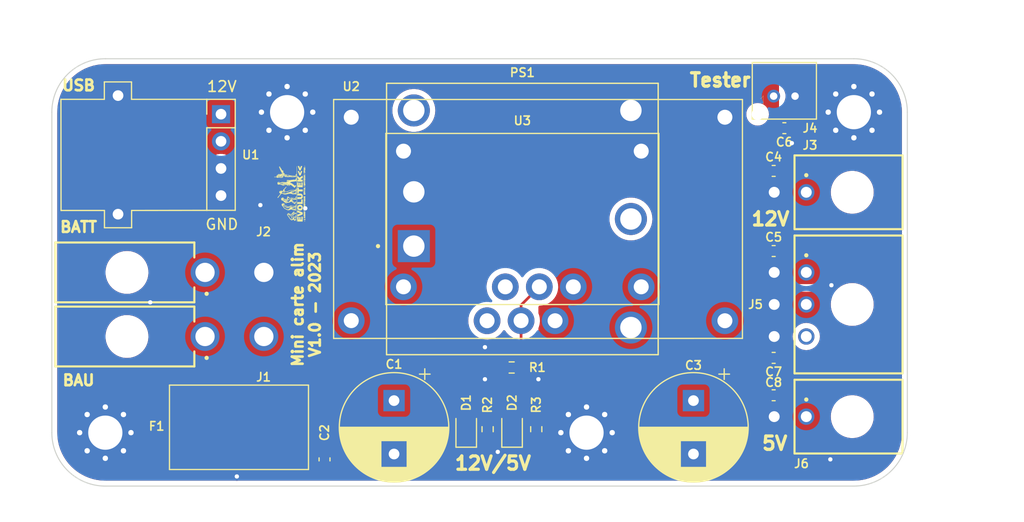
<source format=kicad_pcb>
(kicad_pcb (version 20211014) (generator pcbnew)
  (layers (0 "F.Cu" signal) (31 "B.Cu" signal) (34 "B.Paste" user) (35 "F.Paste" user) (36 "B.SilkS" user "B.Silkscreen") (37 "F.SilkS" user "F.Silkscreen") (38 "B.Mask" user) (39 "F.Mask" user) (44 "Edge.Cuts" user))
  (net 0 "")
  (net 1 "+12V")
  (net 2 "GND")
  (net 3 "+5V")
  (net 4 "Net-(D1-Pad1)")
  (net 5 "Net-(D2-Pad1)")
  (net 6 "Net-(F1-Pad1)")
  (net 7 "Net-(J1-Pad1)")
  (net 9 "Net-(R1-Pad1)")
  (footprint "ComponentsEvo:Usb-c_Pdc004_Pd" (layer "F.Cu") (at 29 29 90)
    (fp_text reference "U1" (at 0 9.6 unlocked) (layer "F.SilkS") (effects (font (size 0.8 0.8))))
    (fp_text value "Usb-c_Pdc004_Pd")
    (fp_text user "GND" (at -6.5 6.9 unlocked) (layer "F.SilkS"))
    (fp_text user "12V" (at 6.4 6.9 unlocked) (layer "F.SilkS"))
    (pad "1" thru_hole oval (at 1.27 6.82) (size 1.7 1.7) (drill 1) (layers *.Cu *.Mask) (net 7 "Net-(J1-Pad1)"))
    (pad "1" thru_hole rect (at 3.81 6.82) (size 1.7 1.7) (drill 1) (layers *.Cu *.Mask) (net 7 "Net-(J1-Pad1)"))
    (pad "2" thru_hole oval (at -1.27 6.82) (size 1.7 1.7) (drill 1) (layers *.Cu *.Mask) (net 2 "GND"))
    (pad "2" thru_hole rect (at -5.55 -2.81 90) (size 1.7 1.7) (drill 1) (layers *.Cu *.Mask) (net 2 "GND"))
    (pad "2" thru_hole oval (at -3.81 6.82) (size 1.7 1.7) (drill 1) (layers *.Cu *.Mask) (net 2 "GND"))
    (pad "2" thru_hole rect (at 5.55 -2.81 90) (size 1.7 1.7) (drill 1) (layers *.Cu *.Mask) (net 2 "GND"))
  )
  (footprint "ConnectorsEvo:66200621022" (layer "F.Cu") (at 94.5 43 90)
    (fp_text reference "J5" (at 0 -8.7 180) (layer "F.SilkS") (effects (font (size 0.8 0.8))))
    (fp_text value "OUT")
    (pad "" np_thru_hole circle locked (at 0 0.35 90) (size 3 3) (drill 3) (layers *.Cu *.Mask))
    (pad "1" thru_hole circle locked (at 3 -3.95 90) (size 1.53 1.53) (drill 1.02) (layers *.Cu *.Mask) (net 1 "+12V"))
    (pad "2" thru_hole circle locked (at 0 -3.95 90) (size 1.53 1.53) (drill 1.02) (layers *.Cu *.Mask) (net 3 "+5V"))
    (pad "3" thru_hole circle locked (at -3 -3.95 90) (size 1.53 1.53) (drill 1.02) (layers *.Cu *.Mask))
    (pad "4" thru_hole circle locked (at 3 -6.95 90) (size 1.53 1.53) (drill 1.02) (layers *.Cu *.Mask) (net 2 "GND"))
    (pad "5" thru_hole circle locked (at 0 -6.95 90) (size 1.53 1.53) (drill 1.02) (layers *.Cu *.Mask) (net 2 "GND"))
    (pad "6" thru_hole circle locked (at -3 -6.95 90) (size 1.53 1.53) (drill 1.02) (layers *.Cu *.Mask) (net 2 "GND"))
  )
  (footprint "Capacitor_THT:CP_Radial_D10.0mm_P5.00mm" (layer "F.Cu") (at 52 52 -90)
    (fp_text reference "C1" (at -3.4 0 180) (layer "F.SilkS") (effects (font (size 0.8 0.8))))
    (fp_text value "470uF")
    (pad "1" thru_hole rect (at 0 0 270) (size 2 2) (drill 1) (layers *.Cu *.Mask) (net 1 "+12V"))
    (pad "2" thru_hole circle (at 5 0 270) (size 2 2) (drill 1) (layers *.Cu *.Mask) (net 2 "GND"))
  )
  (footprint "ConnectorsEvo:649002227222" (layer "F.Cu") (at 26.825 46 -90)
    (fp_text reference "J2" (at -9.8 -12.975 180) (layer "F.SilkS") (effects (font (size 0.8 0.8))))
    (fp_text value "BAU")
    (pad "" np_thru_hole circle locked (at 0 -0.2 270) (size 3 3) (drill 3) (layers *.Cu *.Mask))
    (pad "1" thru_hole circle locked (at 0 -7.5 270) (size 2.7 2.7) (drill 1.8) (layers *.Cu *.Mask) (net 6 "Net-(F1-Pad1)"))
    (pad "2" thru_hole circle locked (at 0 -13 270) (size 2.7 2.7) (drill 1.8) (layers *.Cu *.Mask) (net 7 "Net-(J1-Pad1)"))
  )
  (footprint "ConnectorsEvo:66200221022" (layer "F.Cu") (at 94.5 53.5 90)
    (fp_text reference "J6" (at -4.4 -4.4 180) (layer "F.SilkS") (effects (font (size 0.8 0.8))))
    (fp_text value "5V")
    (pad "" np_thru_hole circle locked (at 0 0.35 90) (size 3 3) (drill 3) (layers *.Cu *.Mask))
    (pad "1" thru_hole circle locked (at 0 -3.95 90) (size 1.53 1.53) (drill 1.02) (layers *.Cu *.Mask) (net 3 "+5V"))
    (pad "2" thru_hole circle locked (at 0 -6.95 90) (size 1.53 1.53) (drill 1.02) (layers *.Cu *.Mask) (net 2 "GND"))
  )
  (footprint "LED_SMD:LED_0805_2012Metric" (layer "F.Cu") (at 58.75 54.675 90)
    (fp_text reference "D1" (at 2.475 0 90) (layer "F.SilkS") (effects (font (size 0.8 0.8))))
    (fp_text value "RED")
    (pad "1" smd roundrect (at -0.9375 0 90) (size 0.975 1.4) (layers "F.Cu" "F.Paste" "F.Mask") (net 4 "Net-(D1-Pad1)"))
    (pad "2" smd roundrect (at 0.9375 0 90) (size 0.975 1.4) (layers "F.Cu" "F.Paste" "F.Mask") (net 1 "+12V"))
  )
  (footprint "Capacitor_SMD:C_0603_1608Metric" (layer "F.Cu") (at 87.5 51.5 180)
    (fp_text reference "C8" (at 0 1.2) (layer "F.SilkS") (effects (font (size 0.8 0.8))))
    (fp_text value "4.7uF")
    (pad "1" smd roundrect (at -0.775 0 180) (size 0.9 0.95) (layers "F.Cu" "F.Paste" "F.Mask") (net 3 "+5V"))
    (pad "2" smd roundrect (at 0.775 0 180) (size 0.9 0.95) (layers "F.Cu" "F.Paste" "F.Mask") (net 2 "GND"))
  )
  (footprint "Capacitor_SMD:C_0603_1608Metric" (layer "F.Cu") (at 87.5 38 180)
    (fp_text reference "C5" (at 0 1.3) (layer "F.SilkS") (effects (font (size 0.8 0.8))))
    (fp_text value "4.7uF")
    (pad "1" smd roundrect (at -0.775 0 180) (size 0.9 0.95) (layers "F.Cu" "F.Paste" "F.Mask") (net 1 "+12V"))
    (pad "2" smd roundrect (at 0.775 0 180) (size 0.9 0.95) (layers "F.Cu" "F.Paste" "F.Mask") (net 2 "GND"))
  )
  (footprint "Capacitor_SMD:C_0603_1608Metric" (layer "F.Cu") (at 87.5 48 180)
    (fp_text reference "C7" (at 0 -1.3) (layer "F.SilkS") (effects (font (size 0.8 0.8))))
    (fp_text value "4.7uF")
    (pad "1" smd roundrect (at -0.775 0 180) (size 0.9 0.95) (layers "F.Cu" "F.Paste" "F.Mask") (net 3 "+5V"))
    (pad "2" smd roundrect (at 0.775 0 180) (size 0.9 0.95) (layers "F.Cu" "F.Paste" "F.Mask") (net 2 "GND"))
  )
  (footprint "ConnectorsEvo:649002227222" (layer "F.Cu") (at 26.825 40 -90)
    (fp_text reference "J1" (at 9.8 -12.975 180) (layer "F.SilkS") (effects (font (size 0.8 0.8))))
    (fp_text value "BATT")
    (pad "" np_thru_hole circle locked (at 0 -0.2 270) (size 3 3) (drill 3) (layers *.Cu *.Mask))
    (pad "1" thru_hole circle locked (at 0 -7.5 270) (size 2.7 2.7) (drill 1.8) (layers *.Cu *.Mask) (net 7 "Net-(J1-Pad1)"))
    (pad "2" thru_hole circle locked (at 0 -13 270) (size 2.7 2.7) (drill 1.8) (layers *.Cu *.Mask) (net 2 "GND"))
  )
  (footprint "MountingHole:MountingHole_3.2mm_M3_Pad_Via" (layer "F.Cu") (at 70 55)
    (fp_text reference "H3" hide)
    (fp_text value "M3")
    (pad "1" thru_hole circle (at 1.697056 1.697056) (size 0.8 0.8) (drill 0.5) (layers *.Cu *.Mask) (net 2 "GND"))
    (pad "1" thru_hole circle (at -1.697056 1.697056) (size 0.8 0.8) (drill 0.5) (layers *.Cu *.Mask) (net 2 "GND"))
    (pad "1" thru_hole circle (at -2.4 0) (size 0.8 0.8) (drill 0.5) (layers *.Cu *.Mask) (net 2 "GND"))
    (pad "1" thru_hole circle (at 0 -2.4) (size 0.8 0.8) (drill 0.5) (layers *.Cu *.Mask) (net 2 "GND"))
    (pad "1" thru_hole circle (at -1.697056 -1.697056) (size 0.8 0.8) (drill 0.5) (layers *.Cu *.Mask) (net 2 "GND"))
    (pad "1" thru_hole circle (at 0 0) (size 6.4 6.4) (drill 3.2) (layers *.Cu *.Mask) (net 2 "GND"))
    (pad "1" thru_hole circle (at 2.4 0) (size 0.8 0.8) (drill 0.5) (layers *.Cu *.Mask) (net 2 "GND"))
    (pad "1" thru_hole circle (at 0 2.4) (size 0.8 0.8) (drill 0.5) (layers *.Cu *.Mask) (net 2 "GND"))
    (pad "1" thru_hole circle (at 1.697056 -1.697056) (size 0.8 0.8) (drill 0.5) (layers *.Cu *.Mask) (net 2 "GND"))
  )
  (footprint "Resistor_SMD:R_0603_1608Metric" (layer "F.Cu") (at 63 48.9 180)
    (fp_text reference "R1" (at -2.4 0) (layer "F.SilkS") (effects (font (size 0.8 0.8))))
    (fp_text value "21K")
    (pad "1" smd roundrect (at -0.825 0 180) (size 0.8 0.95) (layers "F.Cu" "F.Paste" "F.Mask") (net 9 "Net-(R1-Pad1)"))
    (pad "2" smd roundrect (at 0.825 0 180) (size 0.8 0.95) (layers "F.Cu" "F.Paste" "F.Mask") (net 2 "GND"))
  )
  (footprint "Capacitor_SMD:C_0603_1608Metric" (layer "F.Cu") (at 87.5 30.5 180)
    (fp_text reference "C4" (at 0 1.3) (layer "F.SilkS") (effects (font (size 0.8 0.8))))
    (fp_text value "4.7uF")
    (pad "1" smd roundrect (at -0.775 0 180) (size 0.9 0.95) (layers "F.Cu" "F.Paste" "F.Mask") (net 1 "+12V"))
    (pad "2" smd roundrect (at 0.775 0 180) (size 0.9 0.95) (layers "F.Cu" "F.Paste" "F.Mask") (net 2 "GND"))
  )
  (footprint "MountingHole:MountingHole_3.2mm_M3_Pad_Via" (layer "F.Cu") (at 95 25)
    (fp_text reference "H4" hide)
    (fp_text value "M3")
    (pad "1" thru_hole circle (at 0 2.4) (size 0.8 0.8) (drill 0.5) (layers *.Cu *.Mask) (net 2 "GND"))
    (pad "1" thru_hole circle (at 0 -2.4) (size 0.8 0.8) (drill 0.5) (layers *.Cu *.Mask) (net 2 "GND"))
    (pad "1" thru_hole circle (at 2.4 0) (size 0.8 0.8) (drill 0.5) (layers *.Cu *.Mask) (net 2 "GND"))
    (pad "1" thru_hole circle (at 1.697056 1.697056) (size 0.8 0.8) (drill 0.5) (layers *.Cu *.Mask) (net 2 "GND"))
    (pad "1" thru_hole circle (at -1.697056 1.697056) (size 0.8 0.8) (drill 0.5) (layers *.Cu *.Mask) (net 2 "GND"))
    (pad "1" thru_hole circle (at -1.697056 -1.697056) (size 0.8 0.8) (drill 0.5) (layers *.Cu *.Mask) (net 2 "GND"))
    (pad "1" thru_hole circle (at -2.4 0) (size 0.8 0.8) (drill 0.5) (layers *.Cu *.Mask) (net 2 "GND"))
    (pad "1" thru_hole circle (at 1.697056 -1.697056) (size 0.8 0.8) (drill 0.5) (layers *.Cu *.Mask) (net 2 "GND"))
    (pad "1" thru_hole circle (at 0 0) (size 6.4 6.4) (drill 3.2) (layers *.Cu *.Mask) (net 2 "GND"))
  )
  (footprint "ConnectorsEvo:66200221022" (layer "F.Cu") (at 94.5 32.5 90)
    (fp_text reference "J3" (at 4.4 -3.6 180) (layer "F.SilkS") (effects (font (size 0.8 0.8))))
    (fp_text value "12V")
    (pad "" np_thru_hole circle locked (at 0 0.35 90) (size 3 3) (drill 3) (layers *.Cu *.Mask))
    (pad "1" thru_hole circle locked (at 0 -3.95 90) (size 1.53 1.53) (drill 1.02) (layers *.Cu *.Mask) (net 1 "+12V"))
    (pad "2" thru_hole circle locked (at 0 -6.95 90) (size 1.53 1.53) (drill 1.02) (layers *.Cu *.Mask) (net 2 "GND"))
  )
  (footprint "ComponentsEvo:0031.7701.11" (layer "F.Cu") (at 37.5 54.5)
    (fp_text reference "F1" (at -7.7 -0.1) (layer "F.SilkS") (effects (font (size 0.8 0.8))))
    (fp_text value "Fuse")
    (pad "1" smd rect locked (at -4 0) (size 5 6) (layers "F.Cu" "F.Paste" "F.Mask") (net 6 "Net-(F1-Pad1)"))
    (pad "2" smd rect locked (at 4 0) (size 5 6) (layers "F.Cu" "F.Paste" "F.Mask") (net 1 "+12V"))
  )
  (footprint "Capacitor_SMD:C_0603_1608Metric" (layer "F.Cu") (at 88.5 26.5)
    (fp_text reference "C6" (at 0 1.3) (layer "F.SilkS") (effects (font (size 0.8 0.8))))
    (fp_text value "4.7uF")
    (pad "1" smd roundrect (at -0.775 0) (size 0.9 0.95) (layers "F.Cu" "F.Paste" "F.Mask") (net 1 "+12V"))
    (pad "2" smd roundrect (at 0.775 0) (size 0.9 0.95) (layers "F.Cu" "F.Paste" "F.Mask") (net 2 "GND"))
  )
  (footprint "ConnectorsEvo:B02B-PASK" (layer "F.Cu") (at 88.5 23.5 180)
    (fp_text reference "J4" (at -2.4 -3) (layer "F.SilkS") (effects (font (size 0.8 0.8))))
    (fp_text value "Tester")
    (fp_text user "1" (at 1.968 -0.5) (layer "F.SilkS") (effects (font (thickness 0.015))))
    (pad "" np_thru_hole circle locked (at 2.5 -1.7 180) (size 1.1 1.1) (drill 1.1) (layers *.Cu *.Mask))
    (pad "1" thru_hole circle locked (at 1 0 180) (size 1.208 1.208) (drill 0.7) (layers *.Cu *.Mask "B.Adhes") (net 1 "+12V"))
    (pad "2" thru_hole circle locked (at -1 0 180) (size 1.208 1.208) (drill 0.7) (layers *.Cu *.Mask) (net 2 "GND"))
  )
  (footprint "ComponentsEvo:logo-evo-micro" (layer "F.Cu") (at 42.2 32.6 90)
    (fp_text reference "G***" hide)
    (fp_text value "LOGO" hide)
  )
  (footprint "LED_SMD:LED_0805_2012Metric" (layer "F.Cu") (at 63.0375 54.675 90)
    (fp_text reference "D2" (at 2.475 0 90) (layer "F.SilkS") (effects (font (size 0.8 0.8))))
    (fp_text value "RED")
    (pad "1" smd roundrect (at -0.9375 0 90) (size 0.975 1.4) (layers "F.Cu" "F.Paste" "F.Mask") (net 5 "Net-(D2-Pad1)"))
    (pad "2" smd roundrect (at 0.9375 0 90) (size 0.975 1.4) (layers "F.Cu" "F.Paste" "F.Mask") (net 3 "+5V"))
  )
  (footprint "MountingHole:MountingHole_3.2mm_M3_Pad_Via" (layer "F.Cu") (at 25 55)
    (fp_text reference "H2" hide)
    (fp_text value "M3")
    (pad "1" thru_hole circle (at 1.697056 1.697056) (size 0.8 0.8) (drill 0.5) (layers *.Cu *.Mask) (net 2 "GND"))
    (pad "1" thru_hole circle (at 1.697056 -1.697056) (size 0.8 0.8) (drill 0.5) (layers *.Cu *.Mask) (net 2 "GND"))
    (pad "1" thru_hole circle (at -1.697056 -1.697056) (size 0.8 0.8) (drill 0.5) (layers *.Cu *.Mask) (net 2 "GND"))
    (pad "1" thru_hole circle (at 0 0) (size 6.4 6.4) (drill 3.2) (layers *.Cu *.Mask) (net 2 "GND"))
    (pad "1" thru_hole circle (at -1.697056 1.697056) (size 0.8 0.8) (drill 0.5) (layers *.Cu *.Mask) (net 2 "GND"))
    (pad "1" thru_hole circle (at -2.4 0) (size 0.8 0.8) (drill 0.5) (layers *.Cu *.Mask) (net 2 "GND"))
    (pad "1" thru_hole circle (at 0 -2.4) (size 0.8 0.8) (drill 0.5) (layers *.Cu *.Mask) (net 2 "GND"))
    (pad "1" thru_hole circle (at 2.4 0) (size 0.8 0.8) (drill 0.5) (layers *.Cu *.Mask) (net 2 "GND"))
    (pad "1" thru_hole circle (at 0 2.4) (size 0.8 0.8) (drill 0.5) (layers *.Cu *.Mask) (net 2 "GND"))
  )
  (footprint "MountingHole:MountingHole_3.2mm_M3_Pad_Via" (layer "F.Cu") (at 42 25)
    (fp_text reference "H1" hide)
    (fp_text value "M3")
    (pad "1" thru_hole circle (at -1.697056 1.697056) (size 0.8 0.8) (drill 0.5) (layers *.Cu *.Mask) (net 2 "GND"))
    (pad "1" thru_hole circle (at -1.697056 -1.697056) (size 0.8 0.8) (drill 0.5) (layers *.Cu *.Mask) (net 2 "GND"))
    (pad "1" thru_hole circle (at 0 2.4) (size 0.8 0.8) (drill 0.5) (layers *.Cu *.Mask) (net 2 "GND"))
    (pad "1" thru_hole circle (at 0 0) (size 6.4 6.4) (drill 3.2) (layers *.Cu *.Mask) (net 2 "GND"))
    (pad "1" thru_hole circle (at 1.697056 1.697056) (size 0.8 0.8) (drill 0.5) (layers *.Cu *.Mask) (net 2 "GND"))
    (pad "1" thru_hole circle (at 2.4 0) (size 0.8 0.8) (drill 0.5) (layers *.Cu *.Mask) (net 2 "GND"))
    (pad "1" thru_hole circle (at 0 -2.4) (size 0.8 0.8) (drill 0.5) (layers *.Cu *.Mask) (net 2 "GND"))
    (pad "1" thru_hole circle (at 1.697056 -1.697056) (size 0.8 0.8) (drill 0.5) (layers *.Cu *.Mask) (net 2 "GND"))
    (pad "1" thru_hole circle (at -2.4 0) (size 0.8 0.8) (drill 0.5) (layers *.Cu *.Mask) (net 2 "GND"))
  )
  (footprint "Module:Texas_EUK_R-PDSS-T7_THT" (layer "F.Cu") (at 48 25.475)
    (fp_text reference "U2" (at 0 -2.875) (layer "F.SilkS") (effects (font (size 0.8 0.8))))
    (fp_text value "PTN78020W_EUK-7")
    (pad "1" thru_hole roundrect (at 0 0) (size 2.5 2.5) (drill 1.4) (layers *.Cu *.Mask) (net 2 "GND"))
    (pad "2" thru_hole circle (at 0 19.04) (size 2.5 2.5) (drill 1.4) (layers *.Cu *.Mask) (net 1 "+12V"))
    (pad "3" thru_hole circle (at 12.7 19.05) (size 2.5 2.5) (drill 1.4) (layers *.Cu *.Mask))
    (pad "4" thru_hole circle (at 15.88 19.04) (size 2.5 2.5) (drill 1.4) (layers *.Cu *.Mask) (net 9 "Net-(R1-Pad1)"))
    (pad "5" thru_hole circle (at 19.06 19.05) (size 2.5 2.5) (drill 1.4) (layers *.Cu *.Mask) (net 3 "+5V"))
    (pad "6" thru_hole circle (at 34.94 19.05) (size 2.5 2.5) (drill 1.4) (layers *.Cu *.Mask) (net 3 "+5V"))
    (pad "7" thru_hole circle (at 34.94 0) (size 2.5 2.5) (drill 1.4) (layers *.Cu *.Mask) (net 2 "GND"))
  )
  (footprint "Capacitor_THT:CP_Radial_D10.0mm_P5.00mm" (layer "F.Cu") (at 80 52 -90)
    (fp_text reference "C3" (at -3.3 0 180) (layer "F.SilkS") (effects (font (size 0.8 0.8))))
    (fp_text value "470uF")
    (pad "1" thru_hole rect (at 0 0 270) (size 2 2) (drill 1) (layers *.Cu *.Mask) (net 3 "+5V"))
    (pad "2" thru_hole circle (at 5 0 270) (size 2 2) (drill 1) (layers *.Cu *.Mask) (net 2 "GND"))
  )
  (footprint "Module:Texas_EUW_R-PDSS-T7_THT" (layer "F.Cu") (at 52.885 28.65)
    (fp_text reference "U3" (at 11.115 -2.85) (layer "F.SilkS") (effects (font (size 0.8 0.8))))
    (fp_text value "PTN78060W_EUW-7")
    (pad "1" thru_hole roundrect (at 0 0) (size 2.5 2.5) (drill 1.4) (layers *.Cu *.Mask) (net 2 "GND"))
    (pad "2" thru_hole circle (at 0 12.7) (size 2.5 2.5) (drill 1.4) (layers *.Cu *.Mask) (net 1 "+12V"))
    (pad "3" thru_hole circle (at 9.52 12.7) (size 2.5 2.5) (drill 1.4) (layers *.Cu *.Mask))
    (pad "4" thru_hole circle (at 12.7 12.7) (size 2.5 2.5) (drill 1.4) (layers *.Cu *.Mask) (net 9 "Net-(R1-Pad1)"))
    (pad "5" thru_hole circle (at 15.88 12.7) (size 2.5 2.5) (drill 1.4) (layers *.Cu *.Mask) (net 3 "+5V"))
    (pad "6" thru_hole circle (at 22.23 12.7) (size 2.5 2.5) (drill 1.4) (layers *.Cu *.Mask) (net 3 "+5V"))
    (pad "7" thru_hole circle (at 22.23 0) (size 2.5 2.5) (drill 1.4) (layers *.Cu *.Mask) (net 2 "GND"))
  )
  (footprint "Resistor_SMD:R_0603_1608Metric" (layer "F.Cu") (at 65.3 54.675 90)
    (fp_text reference "R3" (at 2.275 0 90) (layer "F.SilkS") (effects (font (size 0.8 0.8))))
    (fp_text value "1K")
    (pad "1" smd roundrect (at -0.825 0 90) (size 0.8 0.95) (layers "F.Cu" "F.Paste" "F.Mask") (net 5 "Net-(D2-Pad1)"))
    (pad "2" smd roundrect (at 0.825 0 90) (size 0.8 0.95) (layers "F.Cu" "F.Paste" "F.Mask") (net 2 "GND"))
  )
  (footprint "Resistor_SMD:R_0603_1608Metric" (layer "F.Cu") (at 60.75 54.675 90)
    (fp_text reference "R2" (at 2.275 -0.0125 90) (layer "F.SilkS") (effects (font (size 0.8 0.8))))
    (fp_text value "1K")
    (pad "1" smd roundrect (at -0.825 0 90) (size 0.8 0.95) (layers "F.Cu" "F.Paste" "F.Mask") (net 4 "Net-(D1-Pad1)"))
    (pad "2" smd roundrect (at 0.825 0 90) (size 0.8 0.95) (layers "F.Cu" "F.Paste" "F.Mask") (net 2 "GND"))
  )
  (footprint "ComponentsEvo:TRACO_CONV_THL" (layer "F.Cu") (at 64 35 -90)
    (fp_text reference "PS1" (at -13.7 0) (layer "F.SilkS") (effects (font (size 0.8 0.8))))
    (fp_text value "THL_20-2411WI")
    (pad "1" thru_hole rect locked (at 2.54 10.15 270) (size 3 3) (drill 2) (layers *.Cu *.Mask) (net 1 "+12V"))
    (pad "2" thru_hole circle locked (at -2.54 10.15 270) (size 3 3) (drill 2) (layers *.Cu *.Mask) (net 2 "GND"))
    (pad "3" thru_hole circle locked (at 10.16 -10.15 270) (size 3 3) (drill 2) (layers *.Cu *.Mask) (net 3 "+5V"))
    (pad "4" thru_hole circle locked (at 0 -10.15 270) (size 3 3) (drill 2) (layers *.Cu *.Mask))
    (pad "5" thru_hole circle locked (at -10.16 -10.15 270) (size 3 3) (drill 2) (layers *.Cu *.Mask) (net 2 "GND"))
    (pad "6" thru_hole circle locked (at -10.16 10.15 270) (size 3 3) (drill 2) (layers *.Cu *.Mask))
  )
  (footprint "Capacitor_SMD:C_0603_1608Metric" (layer "F.Cu") (at 45.5 57.5 -90)
    (fp_text reference "C2" (at -2.5 0 90) (layer "F.SilkS") (effects (font (size 0.8 0.8))))
    (fp_text value "2.2uF")
    (pad "1" smd roundrect (at -0.775 0 270) (size 0.9 0.95) (layers "F.Cu" "F.Paste" "F.Mask") (net 1 "+12V"))
    (pad "2" smd roundrect (at 0.775 0 270) (size 0.9 0.95) (layers "F.Cu" "F.Paste" "F.Mask") (net 2 "GND"))
  )
  (gr_arc (start 20 25) (mid 21.464466 21.464466) (end 25 20) (layer "Edge.Cuts") (width 0.1))
  (gr_arc (start 25 60) (mid 21.464466 58.535534) (end 20 55) (layer "Edge.Cuts") (width 0.1))
  (gr_line (start 100 25) (end 100 55) (layer "Edge.Cuts") (width 0.1))
  (gr_line (start 20 55) (end 20 25) (layer "Edge.Cuts") (width 0.1))
  (gr_arc (start 95 20) (mid 98.535534 21.464466) (end 100 25) (layer "Edge.Cuts") (width 0.1))
  (gr_line (start 25 20) (end 95 20) (layer "Edge.Cuts") (width 0.1))
  (gr_line (start 25 60) (end 95 60) (layer "Edge.Cuts") (width 0.1))
  (gr_arc (start 100 55) (mid 98.535534 58.535534) (end 95 60) (layer "Edge.Cuts") (width 0.1))
  (gr_text "BATT" (at 22.5 35.75) (layer "F.SilkS") (effects (font (size 1 1) (thickness 0.25))))
  (gr_text "Mini carte alim\nV1.0 - 2023" (at 43.8 43 90) (layer "F.SilkS") (effects (font (size 1 1) (thickness 0.25))))
  (gr_text "12V" (at 87.2 35) (layer "F.SilkS") (effects (font (size 1.25 1.25) (thickness 0.3))))
  (gr_text "USB" (at 22.5 22.5) (layer "F.SilkS") (effects (font (size 1 1) (thickness 0.25))))
  (gr_text "Tester" (at 82.5 22) (layer "F.SilkS") (effects (font (size 1.25 1.25) (thickness 0.3125))))
  (gr_text "12V/5V" (at 61.25 57.8625) (layer "F.SilkS") (effects (font (size 1.25 1.25) (thickness 0.3))))
  (gr_text "BAU" (at 22.5 50.1) (layer "F.SilkS") (effects (font (size 1 1) (thickness 0.25))))
  (gr_text "5V" (at 87.6 56) (layer "F.SilkS") (effects (font (size 1.25 1.25) (thickness 0.3))))
  (segment (start 58.75 52.75) (end 57.896969 51.896969) (width 0.25) (layer "F.Cu") (net 1))
  (segment (start 57.896969 51.896969) (end 52 51.896969) (width 0.25) (layer "F.Cu") (net 1))
  (segment (start 58.75 53.7375) (end 58.75 52.75) (width 0.25) (layer "F.Cu") (net 1))
  (segment (start 86.725 46.825) (end 87.55 46) (width 0.5) (layer "F.Cu") (net 2))
  (segment (start 89.5 23.5) (end 89.5 26.275) (width 0.5) (layer "F.Cu") (net 2))
  (segment (start 86.725 48) (end 86.725 46.825) (width 0.5) (layer "F.Cu") (net 2))
  (segment (start 86.725 39.175) (end 87.55 40) (width 0.5) (layer "F.Cu") (net 2))
  (segment (start 60.5 50) (end 61.8 51.3) (width 0.25) (layer "F.Cu") (net 2))
  (segment (start 86.725 30.5) (end 86.725 31.675) (width 0.5) (layer "F.Cu") (net 2))
  (segment (start 61.8 56.7) (end 61.7 56.8) (width 0.25) (layer "F.Cu") (net 2))
  (segment (start 86.725 52.675) (end 87.55 53.5) (width 0.5) (layer "F.Cu") (net 2))
  (segment (start 86.725 38) (end 86.725 39.175) (width 0.5) (layer "F.Cu") (net 2))
  (segment (start 89.5 26.275) (end 89.275 26.5) (width 0.5) (layer "F.Cu") (net 2))
  (segment (start 86.725 51.5) (end 86.725 52.675) (width 0.5) (layer "F.Cu") (net 2))
  (segment (start 86.725 31.675) (end 87.55 32.5) (width 0.5) (layer "F.Cu") (net 2))
  (segment (start 61.8 51.3) (end 61.8 56.7) (width 0.25) (layer "F.Cu") (net 2))
  (via (at 29.2 42.8) (size 0.8) (drill 0.4) (layers "F.Cu" "B.Cu") (net 2))
  (via (at 39.5 33.7) (size 0.8) (drill 0.4) (layers "F.Cu" "B.Cu") (net 2))
  (via (at 92.8 57.5) (size 0.8) (drill 0.4) (layers "F.Cu" "B.Cu") (net 2))
  (via (at 37.3 59.1) (size 0.8) (drill 0.4) (layers "F.Cu" "B.Cu") (net 2))
  (via (at 60.5 50) (size 0.8) (drill 0.4) (layers "F.Cu" "B.Cu") (net 2))
  (via (at 61.7 56.8) (size 0.8) (drill 0.4) (layers "F.Cu" "B.Cu") (net 2))
  (via (at 60.5 47) (size 0.8) (drill 0.4) (layers "F.Cu" "B.Cu") (net 2))
  (via (at 89.2 27.9) (size 0.8) (drill 0.4) (layers "F.Cu" "B.Cu") (net 2))
  (via (at 92.9 41.2) (size 0.8) (drill 0.4) (layers "F.Cu" "B.Cu") (net 2))
  (via (at 43.7 34) (size 0.8) (drill 0.4) (layers "F.Cu" "B.Cu") (net 2))
  (via (at 65.5 50) (size 0.8) (drill 0.4) (layers "F.Cu" "B.Cu") (net 2))
  (segment (start 66 51.5) (end 67.06 50.44) (width 0.25) (layer "F.Cu") (net 3))
  (segment (start 64 51.5) (end 66 51.5) (width 0.25) (layer "F.Cu") (net 3))
  (segment (start 67.06 50.44) (end 67.06 44.525) (width 0.25) (layer "F.Cu") (net 3))
  (segment (start 63.0375 52.4625) (end 64 51.5) (width 0.25) (layer "F.Cu") (net 3))
  (segment (start 63.0375 53.7375) (end 63.0375 52.4625) (width 0.25) (layer "F.Cu") (net 3))
  (segment (start 60.75 55.5) (end 58.8625 55.5) (width 0.25) (layer "F.Cu") (net 4))
  (segment (start 58.8625 55.5) (end 58.75 55.6125) (width 0.25) (layer "F.Cu") (net 4))
  (segment (start 65.3 55.5) (end 63.15 55.5) (width 0.25) (layer "F.Cu") (net 5))
  (segment (start 63.15 55.5) (end 63.0375 55.6125) (width 0.25) (layer "F.Cu") (net 5))
  (segment (start 63.88 48.845) (end 63.88 44.515) (width 0.25) (layer "F.Cu") (net 9))
  (segment (start 63.88 43.055) (end 63.88 44.515) (width 0.25) (layer "F.Cu") (net 9))
  (segment (start 65.585 41.35) (end 63.88 43.055) (width 0.25) (layer "F.Cu") (net 9))
  (segment (start 63.825 48.9) (end 63.88 48.845) (width 0.25) (layer "F.Cu") (net 9))
  (zone (net 2) (net_name "GND") (layers F&B.Cu) (name "GND") (connect_pads yes (clearance 0.508)) (min_thickness 0.254) (fill yes (thermal_gap 0.508) (thermal_bridge_width 0.508) (smoothing fillet) (radius 1))
    (polygon (pts (xy 100 60) (xy 20 60) (xy 20 20) (xy 100 20)))
  )
  (zone (net 7) (net_name "Net-(J1-Pad1)") (layer "F.Cu") (name "IN1") (priority 1) (connect_pads yes (clearance 0.508)) (min_thickness 0.254) (fill yes (thermal_gap 0.508) (thermal_bridge_width 0.508) (smoothing fillet) (radius 1))
    (polygon (pts (xy 38.5 34.75) (xy 43.5 34.75) (xy 43.5 49) (xy 37.7 49) (xy 37.7 42.5) (xy 30 42.5) (xy 30 23) (xy 38.5 23)))
  )
  (zone (net 3) (net_name "+5V") (layer "F.Cu") (name "5V") (priority 1) (connect_pads yes (clearance 0.508)) (min_thickness 0.254) (fill yes (thermal_gap 0.508) (thermal_bridge_width 0.508) (smoothing fillet) (radius 1))
    (polygon (pts (xy 79.25 41.8) (xy 93.1 41.8) (xy 93.1 57.25) (xy 83.3 57.25) (xy 83.3 54.75) (xy 74 54.75) (xy 74 48.75) (xy 65.5 48.75) (xy 65.5 39.2) (xy 79.25 39.2)))
  )
  (zone (net 6) (net_name "Net-(F1-Pad1)") (layer "F.Cu") (name "IN1") (priority 1) (connect_pads yes (clearance 0.508)) (min_thickness 0.254) (fill yes (thermal_gap 0.508) (thermal_bridge_width 0.508) (smoothing fillet) (radius 1))
    (polygon (pts (xy 37 58.5) (xy 30 58.5) (xy 30 43.2) (xy 37 43.2)))
  )
  (zone (net 1) (net_name "+12V") (layer "F.Cu") (name "12V") (priority 1) (connect_pads yes (clearance 0.508)) (min_thickness 0.254) (fill yes (thermal_gap 0.508) (thermal_bridge_width 0.508) (smoothing fillet) (radius 1))
    (polygon (pts (xy 84.3 30.5) (xy 84.3 21.5) (xy 88 21.5) (xy 88 29) (xy 92 29) (xy 92 41.1) (xy 80 41.1) (xy 80 38.6) (xy 60.75 38.6) (xy 60.7 42.7) (xy 59 42.7) (xy 59 52) (xy 60 52) (xy 60 54.5) (xy 49.15 54.5) (xy 49.15 58.5) (xy 37.7 58.5) (xy 37.7 49.6) (xy 44.1 49.6) (xy 44.1 34.75) (xy 56 34.75) (xy 56 30.5)))
  )
)
</source>
